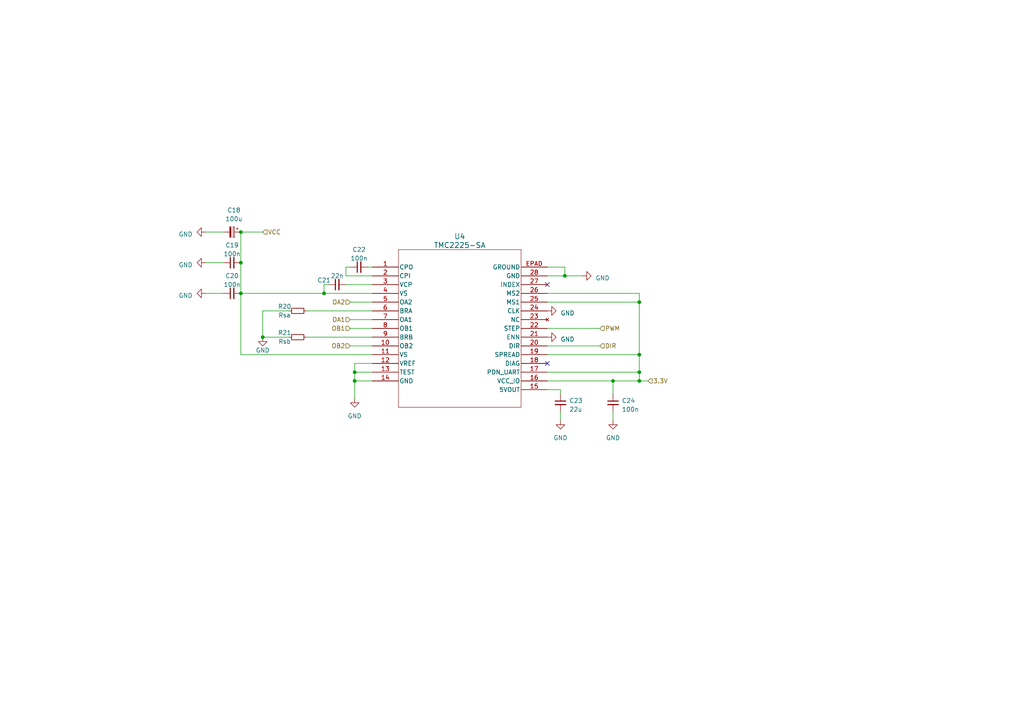
<source format=kicad_sch>
(kicad_sch (version 20230121) (generator eeschema)
  (paper "A4")
  (lib_symbols
    (symbol "Device:C_Polarized_Small" (pin_numbers hide) (pin_names (offset 0.254) hide)
      (property "Reference" "C" (at 0.254 1.778 0))
      (property "Value" "C_Polarized_Small" (at 0.254 -2.032 0))
      (symbol "C_Polarized_Small_0_1"
        (rectangle (start -1.524 -0.3048) (end 1.524 -0.6858) (fill (type outline)))
        (rectangle (start -1.524 0.6858) (end 1.524 0.3048))
        (polyline (pts (xy -1.27 1.524) (xy -0.762 1.524)))
        (polyline (pts (xy -1.016 1.27) (xy -1.016 1.778)))
      )
      (symbol "C_Polarized_Small_1_1"
        (pin passive line (at 0 2.54 270) (length 1.8542) (name "~") (number "1"))
        (pin passive line (at 0 -2.54 90) (length 1.8542) (name "~") (number "2"))
      )
    )
    (symbol "Device:C_Small" (pin_numbers hide) (pin_names (offset 0.254) hide)
      (property "Reference" "C" (at 0.254 1.778 0))
      (property "Value" "C_Small" (at 0.254 -2.032 0))
      (symbol "C_Small_0_1"
        (polyline (pts (xy -1.524 -0.508) (xy 1.524 -0.508)) (stroke (width 0.3302)))
        (polyline (pts (xy -1.524 0.508) (xy 1.524 0.508)) (stroke (width 0.3048)))
      )
      (symbol "C_Small_1_1"
        (pin passive line (at 0 2.54 270) (length 2.032) (name "~") (number "1"))
        (pin passive line (at 0 -2.54 90) (length 2.032) (name "~") (number "2"))
      )
    )
    (symbol "Device:R_Small" (pin_numbers hide) (pin_names (offset 0.254) hide)
      (property "Reference" "R" (at 0.762 0.508 0))
      (property "Value" "R_Small" (at 0.762 -1.016 0))
      (symbol "R_Small_0_1"
        (rectangle (start -0.762 1.778) (end 0.762 -1.778) (stroke (width 0.2032)))
      )
      (symbol "R_Small_1_1"
        (pin passive line (at 0 2.54 270) (length 0.762) (name "~") (number "1"))
        (pin passive line (at 0 -2.54 90) (length 0.762) (name "~") (number "2"))
      )
    )
    (symbol "TMC2225:TMC2225-SA" (pin_names (offset 0.254))
      (property "Reference" "U" (at 25.4 10.16 0))
      (property "Value" "TMC2225-SA" (at 25.4 7.62 0))
      (symbol "TMC2225-SA_0_1"
        (polyline (pts (xy 7.62 -40.64) (xy 43.18 -40.64)) (stroke (width 0.127)))
        (polyline (pts (xy 7.62 5.08) (xy 7.62 -40.64)) (stroke (width 0.127)))
        (polyline (pts (xy 43.18 -40.64) (xy 43.18 5.08)) (stroke (width 0.127)))
        (polyline (pts (xy 43.18 5.08) (xy 7.62 5.08)) (stroke (width 0.127)))
        (pin power_in line (at 0 0 0) (length 7.62) (name "CPO") (number "1"))
        (pin power_in line (at 0 -22.86 0) (length 7.62) (name "OB2") (number "10"))
        (pin power_in line (at 0 -25.4 0) (length 7.62) (name "VS") (number "11"))
        (pin unspecified line (at 0 -27.94 0) (length 7.62) (name "VREF") (number "12"))
        (pin power_out line (at 0 -30.48 0) (length 7.62) (name "TEST") (number "13"))
        (pin power_out line (at 0 -33.02 0) (length 7.62) (name "GND") (number "14"))
        (pin power_in line (at 50.8 -35.56 180) (length 7.62) (name "5VOUT") (number "15"))
        (pin power_in line (at 50.8 -33.02 180) (length 7.62) (name "VCC_IO") (number "16"))
        (pin bidirectional line (at 50.8 -30.48 180) (length 7.62) (name "PDN_UART") (number "17"))
        (pin output line (at 50.8 -27.94 180) (length 7.62) (name "DIAG") (number "18"))
        (pin input line (at 50.8 -25.4 180) (length 7.62) (name "SPREAD") (number "19"))
        (pin power_in line (at 0 -2.54 0) (length 7.62) (name "CPI") (number "2"))
        (pin input line (at 50.8 -22.86 180) (length 7.62) (name "DIR") (number "20"))
        (pin input line (at 50.8 -20.32 180) (length 7.62) (name "ENN") (number "21"))
        (pin input line (at 50.8 -17.78 180) (length 7.62) (name "STEP") (number "22"))
        (pin no_connect line (at 50.8 -15.24 180) (length 7.62) (name "NC") (number "23"))
        (pin input line (at 50.8 -12.7 180) (length 7.62) (name "CLK") (number "24"))
        (pin input line (at 50.8 -10.16 180) (length 7.62) (name "MS1") (number "25"))
        (pin input line (at 50.8 -7.62 180) (length 7.62) (name "MS2") (number "26"))
        (pin output line (at 50.8 -5.08 180) (length 7.62) (name "INDEX") (number "27"))
        (pin power_out line (at 50.8 -2.54 180) (length 7.62) (name "GND") (number "28"))
        (pin power_in line (at 0 -5.08 0) (length 7.62) (name "VCP") (number "3"))
        (pin power_in line (at 0 -7.62 0) (length 7.62) (name "VS") (number "4"))
        (pin power_in line (at 0 -10.16 0) (length 7.62) (name "OA2") (number "5"))
        (pin power_in line (at 0 -12.7 0) (length 7.62) (name "BRA") (number "6"))
        (pin power_in line (at 0 -15.24 0) (length 7.62) (name "OA1") (number "7"))
        (pin power_in line (at 0 -17.78 0) (length 7.62) (name "OB1") (number "8"))
        (pin power_in line (at 0 -20.32 0) (length 7.62) (name "BRB") (number "9"))
        (pin power_out line (at 50.8 0 180) (length 7.62) (name "GROUND") (number "EPAD"))
      )
    )
    (symbol "power:GND" (power) (pin_names (offset 0))
      (property "Value" "GND" (at 0 -3.81 0))
      (symbol "GND_0_1"
        (polyline (pts (xy 0 0) (xy 0 -1.27) (xy 1.27 -1.27) (xy 0 -2.54) (xy -1.27 -1.27) (xy 0 -1.27)))
      )
      (symbol "GND_1_1"
        (pin power_in line (at 0 0 270) (length 0) hide (name "GND") (number "1"))
      )
    )
  )
  (junction (at 69.85 67.31))
  (junction (at 102.87 110.49))
  (junction (at 76.2 97.79))
  (junction (at 185.42 107.95))
  (junction (at 69.85 76.2))
  (junction (at 102.87 107.95))
  (junction (at 177.8 110.49))
  (junction (at 185.42 102.87))
  (junction (at 185.42 87.63))
  (junction (at 69.85 85.09))
  (junction (at 185.42 110.49))
  (junction (at 93.98 85.09))
  (junction (at 163.83 80.01))
  (no_connect (at 158.75 105.41))
  (no_connect (at 158.75 82.55))
  (wire (pts (xy 158.75 113.03) (xy 162.56 113.03)))
  (wire (pts (xy 69.85 67.31) (xy 76.2 67.31)))
  (wire (pts (xy 185.42 102.87) (xy 185.42 107.95)))
  (wire (pts (xy 101.6 95.25) (xy 107.95 95.25)))
  (wire (pts (xy 107.95 110.49) (xy 102.87 110.49)))
  (wire (pts (xy 185.42 110.49) (xy 187.96 110.49)))
  (wire (pts (xy 185.42 87.63) (xy 185.42 102.87)))
  (wire (pts (xy 102.87 107.95) (xy 102.87 110.49)))
  (wire (pts (xy 100.33 80.01) (xy 107.95 80.01)))
  (wire (pts (xy 158.75 87.63) (xy 185.42 87.63)))
  (wire (pts (xy 107.95 85.09) (xy 93.98 85.09)))
  (wire (pts (xy 163.83 80.01) (xy 158.75 80.01)))
  (wire (pts (xy 101.6 92.71) (xy 107.95 92.71)))
  (wire (pts (xy 177.8 119.38) (xy 177.8 121.92)))
  (wire (pts (xy 185.42 107.95) (xy 185.42 110.49)))
  (wire (pts (xy 162.56 113.03) (xy 162.56 114.3)))
  (wire (pts (xy 101.6 77.47) (xy 100.33 77.47)))
  (wire (pts (xy 107.95 105.41) (xy 102.87 105.41)))
  (wire (pts (xy 93.98 85.09) (xy 93.98 82.55)))
  (wire (pts (xy 102.87 105.41) (xy 102.87 107.95)))
  (wire (pts (xy 69.85 67.31) (xy 69.85 76.2)))
  (wire (pts (xy 101.6 100.33) (xy 107.95 100.33)))
  (wire (pts (xy 59.69 76.2) (xy 64.77 76.2)))
  (wire (pts (xy 102.87 110.49) (xy 102.87 115.57)))
  (wire (pts (xy 88.9 90.17) (xy 107.95 90.17)))
  (wire (pts (xy 100.33 77.47) (xy 100.33 80.01)))
  (wire (pts (xy 76.2 90.17) (xy 76.2 97.79)))
  (wire (pts (xy 158.75 100.33) (xy 173.99 100.33)))
  (wire (pts (xy 76.2 90.17) (xy 83.82 90.17)))
  (wire (pts (xy 163.83 80.01) (xy 168.91 80.01)))
  (wire (pts (xy 69.85 85.09) (xy 69.85 102.87)))
  (wire (pts (xy 106.68 77.47) (xy 107.95 77.47)))
  (wire (pts (xy 100.33 82.55) (xy 107.95 82.55)))
  (wire (pts (xy 158.75 102.87) (xy 185.42 102.87)))
  (wire (pts (xy 158.75 85.09) (xy 185.42 85.09)))
  (wire (pts (xy 88.9 97.79) (xy 107.95 97.79)))
  (wire (pts (xy 158.75 95.25) (xy 173.99 95.25)))
  (wire (pts (xy 69.85 85.09) (xy 93.98 85.09)))
  (wire (pts (xy 101.6 87.63) (xy 107.95 87.63)))
  (wire (pts (xy 162.56 119.38) (xy 162.56 121.92)))
  (wire (pts (xy 69.85 76.2) (xy 69.85 85.09)))
  (wire (pts (xy 177.8 110.49) (xy 185.42 110.49)))
  (wire (pts (xy 177.8 110.49) (xy 177.8 114.3)))
  (wire (pts (xy 59.69 85.09) (xy 64.77 85.09)))
  (wire (pts (xy 93.98 82.55) (xy 95.25 82.55)))
  (wire (pts (xy 158.75 110.49) (xy 177.8 110.49)))
  (wire (pts (xy 59.69 67.31) (xy 64.77 67.31)))
  (wire (pts (xy 163.83 77.47) (xy 163.83 80.01)))
  (wire (pts (xy 158.75 107.95) (xy 185.42 107.95)))
  (wire (pts (xy 158.75 77.47) (xy 163.83 77.47)))
  (wire (pts (xy 185.42 85.09) (xy 185.42 87.63)))
  (wire (pts (xy 107.95 102.87) (xy 69.85 102.87)))
  (wire (pts (xy 83.82 97.79) (xy 76.2 97.79)))
  (wire (pts (xy 107.95 107.95) (xy 102.87 107.95)))
  (hierarchical_label "OB1" (shape input) (at 101.6 95.25 180))
  (hierarchical_label "OA2" (shape input) (at 101.6 87.63 180))
  (hierarchical_label "VCC" (shape input) (at 76.2 67.31 0))
  (hierarchical_label "3.3V" (shape input) (at 187.96 110.49 0))
  (hierarchical_label "PWM" (shape input) (at 173.99 95.25 0))
  (hierarchical_label "DIR" (shape input) (at 173.99 100.33 0))
  (hierarchical_label "OA1" (shape input) (at 101.6 92.71 180))
  (hierarchical_label "OB2" (shape input) (at 101.6 100.33 180))
  (symbol (lib_id "Device:C_Small") (at 67.31 76.2 90) (unit 1)
    (property "Reference" "C19" (at 67.31 71.12 90))
    (property "Value" "100n" (at 67.31 73.66 90))
    (property "Footprint" "Capacitor_SMD:C_0402_1005Metric_Pad0.74x0.62mm_HandSolder" (effects hide))
    (instances (project "PAMI_mb" (path "" (reference "C19") (unit 1)) (path "" (reference "C26") (unit 1))))
  )
  (symbol (lib_id "power:GND") (at 162.56 121.92 0) (unit 1)
    (property "Reference" "#PWR069" (effects hide))
    (property "Value" "GND" (at 162.56 127 0))
    (instances (project "PAMI_mb" (path "" (reference "#PWR069") (unit 1)) (path "" (reference "#PWR079") (unit 1))))
  )
  (symbol (lib_id "Device:C_Small") (at 67.31 85.09 90) (unit 1)
    (property "Reference" "C20" (at 67.3163 80.01 90))
    (property "Value" "100n" (at 67.3163 82.55 90))
    (property "Footprint" "Capacitor_SMD:C_0402_1005Metric_Pad0.74x0.62mm_HandSolder" (effects hide))
    (instances (project "PAMI_mb" (path "" (reference "C20") (unit 1)) (path "" (reference "C27") (unit 1))))
  )
  (symbol (lib_id "Device:C_Polarized_Small") (at 67.31 67.31 270) (unit 1)
    (property "Reference" "C18" (at 67.8561 60.96 90))
    (property "Value" "100u" (at 67.8561 63.5 90))
    (property "Footprint" "Capacitor_SMD:C_0402_1005Metric_Pad0.74x0.62mm_HandSolder" (effects hide))
    (instances (project "PAMI_mb" (path "" (reference "C18") (unit 1)) (path "" (reference "C25") (unit 1))))
  )
  (symbol (lib_id "power:GND") (at 177.8 121.92 0) (unit 1)
    (property "Reference" "#PWR071" (effects hide))
    (property "Value" "GND" (at 177.8 127 0))
    (instances (project "PAMI_mb" (path "" (reference "#PWR071") (unit 1)) (path "" (reference "#PWR081") (unit 1))))
  )
  (symbol (lib_id "Device:R_Small") (at 86.36 97.79 90) (unit 1)
    (property "Reference" "R21" (at 82.55 96.52 90))
    (property "Value" "Rsb" (at 82.55 99.06 90))
    (instances (project "PAMI_mb" (path "" (reference "R21") (unit 1)) (path "" (reference "R23") (unit 1))))
  )
  (symbol (lib_id "power:GND") (at 158.75 97.79 90) (unit 1)
    (property "Reference" "#PWR068" (effects hide))
    (property "Value" "GND" (at 162.56 98.425 90) (effects (justify right)))
    (instances (project "PAMI_mb" (path "" (reference "#PWR068") (unit 1)) (path "" (reference "#PWR078") (unit 1))))
  )
  (symbol (lib_id "power:GND") (at 102.87 115.57 0) (unit 1)
    (property "Reference" "#PWR066" (effects hide))
    (property "Value" "GND" (at 102.87 120.65 0))
    (instances (project "PAMI_mb" (path "" (reference "#PWR066") (unit 1)) (path "" (reference "#PWR076") (unit 1))))
  )
  (symbol (lib_id "Device:C_Small") (at 162.56 116.84 0) (unit 1)
    (property "Reference" "C23" (at 165.1 116.2113 0) (effects (justify left)))
    (property "Value" "22u" (at 165.1 118.7513 0) (effects (justify left)))
    (instances (project "PAMI_mb" (path "" (reference "C23") (unit 1)) (path "" (reference "C30") (unit 1))))
  )
  (symbol (lib_id "power:GND") (at 59.69 85.09 270) (unit 1)
    (property "Reference" "#PWR064" (effects hide))
    (property "Value" "GND" (at 55.88 85.725 90) (effects (justify right)))
    (instances (project "PAMI_mb" (path "" (reference "#PWR064") (unit 1)) (path "" (reference "#PWR074") (unit 1))))
  )
  (symbol (lib_id "Device:R_Small") (at 86.36 90.17 90) (unit 1)
    (property "Reference" "R20" (at 82.55 88.9 90))
    (property "Value" "Rsa" (at 82.55 91.44 90))
    (instances (project "PAMI_mb" (path "" (reference "R20") (unit 1)) (path "" (reference "R22") (unit 1))))
  )
  (symbol (lib_id "TMC2225:TMC2225-SA") (at 107.95 77.47 0) (unit 1)
    (property "Reference" "U4" (at 133.35 68.58 0) (effects (font (size 1.524 1.524))))
    (property "Value" "TMC2225-SA" (at 133.35 71.12 0) (effects (font (size 1.524 1.524))))
    (property "Datasheet" "TMC2225-SA" (effects hide))
    (instances (project "PAMI_mb" (path "" (reference "U4") (unit 1)) (path "" (reference "U5") (unit 1))))
  )
  (symbol (lib_id "power:GND") (at 59.69 67.31 270) (unit 1)
    (property "Reference" "#PWR062" (effects hide))
    (property "Value" "GND" (at 55.88 67.945 90) (effects (justify right)))
    (instances (project "PAMI_mb" (path "" (reference "#PWR062") (unit 1)) (path "" (reference "#PWR072") (unit 1))))
  )
  (symbol (lib_id "Device:C_Small") (at 177.8 116.84 0) (unit 1)
    (property "Reference" "C24" (at 180.34 116.2113 0) (effects (justify left)))
    (property "Value" "100n" (at 180.34 118.7513 0) (effects (justify left)))
    (property "Footprint" "Capacitor_SMD:C_0402_1005Metric_Pad0.74x0.62mm_HandSolder" (effects hide))
    (instances (project "PAMI_mb" (path "" (reference "C24") (unit 1)) (path "" (reference "C31") (unit 1))))
  )
  (symbol (lib_id "Device:C_Small") (at 97.79 82.55 90) (unit 1)
    (property "Reference" "C21" (at 93.98 81.28 90))
    (property "Value" "22n" (at 97.7963 80.01 90))
    (property "Footprint" "Capacitor_SMD:C_0402_1005Metric_Pad0.74x0.62mm_HandSolder" (effects hide))
    (instances (project "PAMI_mb" (path "" (reference "C21") (unit 1)) (path "" (reference "C28") (unit 1))))
  )
  (symbol (lib_id "Device:C_Small") (at 104.14 77.47 90) (unit 1)
    (property "Reference" "C22" (at 104.1463 72.39 90))
    (property "Value" "100n" (at 104.1463 74.93 90))
    (property "Footprint" "Capacitor_SMD:C_0402_1005Metric_Pad0.74x0.62mm_HandSolder" (effects hide))
    (instances (project "PAMI_mb" (path "" (reference "C22") (unit 1)) (path "" (reference "C29") (unit 1))))
  )
  (symbol (lib_id "power:GND") (at 168.91 80.01 90) (unit 1)
    (property "Reference" "#PWR070" (effects hide))
    (property "Value" "GND" (at 172.72 80.645 90) (effects (justify right)))
    (instances (project "PAMI_mb" (path "" (reference "#PWR070") (unit 1)) (path "" (reference "#PWR080") (unit 1))))
  )
  (symbol (lib_id "power:GND") (at 158.75 90.17 90) (unit 1)
    (property "Reference" "#PWR067" (effects hide))
    (property "Value" "GND" (at 162.56 90.805 90) (effects (justify right)))
    (instances (project "PAMI_mb" (path "" (reference "#PWR067") (unit 1)) (path "" (reference "#PWR077") (unit 1))))
  )
  (symbol (lib_id "power:GND") (at 59.69 76.2 270) (unit 1)
    (property "Reference" "#PWR063" (effects hide))
    (property "Value" "GND" (at 55.88 76.835 90) (effects (justify right)))
    (instances (project "PAMI_mb" (path "" (reference "#PWR063") (unit 1)) (path "" (reference "#PWR073") (unit 1))))
  )
  (symbol (lib_id "power:GND") (at 76.2 97.79 0) (unit 1)
    (property "Reference" "#PWR065" (effects hide))
    (property "Value" "GND" (at 76.2 101.6 0))
    (instances (project "PAMI_mb" (path "" (reference "#PWR065") (unit 1)) (path "" (reference "#PWR075") (unit 1))))
  )
)
</source>
